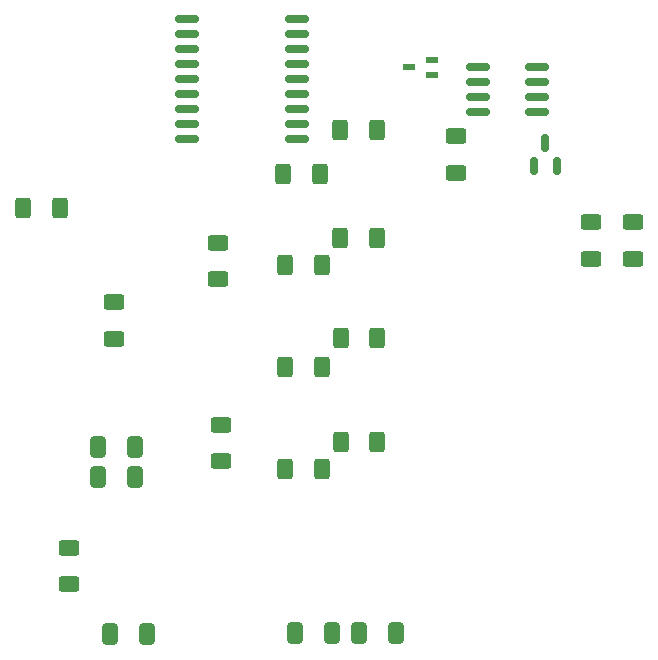
<source format=gbr>
%TF.GenerationSoftware,KiCad,Pcbnew,8.0.1-rc1*%
%TF.CreationDate,2024-06-16T18:46:35-07:00*%
%TF.ProjectId,AMS - CANBus - RGB - Pchannel,414d5320-2d20-4434-914e-427573202d20,rev?*%
%TF.SameCoordinates,Original*%
%TF.FileFunction,Paste,Bot*%
%TF.FilePolarity,Positive*%
%FSLAX46Y46*%
G04 Gerber Fmt 4.6, Leading zero omitted, Abs format (unit mm)*
G04 Created by KiCad (PCBNEW 8.0.1-rc1) date 2024-06-16 18:46:35*
%MOMM*%
%LPD*%
G01*
G04 APERTURE LIST*
G04 Aperture macros list*
%AMRoundRect*
0 Rectangle with rounded corners*
0 $1 Rounding radius*
0 $2 $3 $4 $5 $6 $7 $8 $9 X,Y pos of 4 corners*
0 Add a 4 corners polygon primitive as box body*
4,1,4,$2,$3,$4,$5,$6,$7,$8,$9,$2,$3,0*
0 Add four circle primitives for the rounded corners*
1,1,$1+$1,$2,$3*
1,1,$1+$1,$4,$5*
1,1,$1+$1,$6,$7*
1,1,$1+$1,$8,$9*
0 Add four rect primitives between the rounded corners*
20,1,$1+$1,$2,$3,$4,$5,0*
20,1,$1+$1,$4,$5,$6,$7,0*
20,1,$1+$1,$6,$7,$8,$9,0*
20,1,$1+$1,$8,$9,$2,$3,0*%
G04 Aperture macros list end*
%ADD10RoundRect,0.250000X-0.625000X0.400000X-0.625000X-0.400000X0.625000X-0.400000X0.625000X0.400000X0*%
%ADD11RoundRect,0.250000X-0.400000X-0.625000X0.400000X-0.625000X0.400000X0.625000X-0.400000X0.625000X0*%
%ADD12RoundRect,0.250000X-0.412500X-0.650000X0.412500X-0.650000X0.412500X0.650000X-0.412500X0.650000X0*%
%ADD13RoundRect,0.150000X0.825000X0.150000X-0.825000X0.150000X-0.825000X-0.150000X0.825000X-0.150000X0*%
%ADD14RoundRect,0.250000X0.400000X0.625000X-0.400000X0.625000X-0.400000X-0.625000X0.400000X-0.625000X0*%
%ADD15RoundRect,0.250000X0.412500X0.650000X-0.412500X0.650000X-0.412500X-0.650000X0.412500X-0.650000X0*%
%ADD16RoundRect,0.150000X0.875000X0.150000X-0.875000X0.150000X-0.875000X-0.150000X0.875000X-0.150000X0*%
%ADD17RoundRect,0.250000X0.625000X-0.400000X0.625000X0.400000X-0.625000X0.400000X-0.625000X-0.400000X0*%
%ADD18RoundRect,0.150000X0.150000X-0.587500X0.150000X0.587500X-0.150000X0.587500X-0.150000X-0.587500X0*%
%ADD19R,1.000000X0.550000*%
G04 APERTURE END LIST*
D10*
%TO.C,R20*%
X176344200Y-82386500D03*
X176344200Y-85486500D03*
%TD*%
D11*
%TO.C,R12*%
X150432000Y-94641200D03*
X153532000Y-94641200D03*
%TD*%
%TO.C,R14*%
X150286100Y-78257000D03*
X153386100Y-78257000D03*
%TD*%
D12*
%TO.C,C2*%
X151273200Y-117184300D03*
X154398200Y-117184300D03*
%TD*%
D13*
%TO.C,U4*%
X171716100Y-69250200D03*
X171716100Y-70520200D03*
X171716100Y-71790200D03*
X171716100Y-73060200D03*
X166766100Y-73060200D03*
X166766100Y-71790200D03*
X166766100Y-70520200D03*
X166766100Y-69250200D03*
%TD*%
D14*
%TO.C,R1*%
X131364300Y-81129300D03*
X128264300Y-81129300D03*
%TD*%
D10*
%TO.C,R4*%
X132096400Y-109912300D03*
X132096400Y-113012300D03*
%TD*%
D15*
%TO.C,C4*%
X159775700Y-117159400D03*
X156650700Y-117159400D03*
%TD*%
D16*
%TO.C,U3*%
X151455100Y-65127000D03*
X151455100Y-66397000D03*
X151455100Y-67667000D03*
X151455100Y-68937000D03*
X151455100Y-70207000D03*
X151455100Y-71477000D03*
X151455100Y-72747000D03*
X151455100Y-74017000D03*
X151455100Y-75287000D03*
X142155100Y-75287000D03*
X142155100Y-74017000D03*
X142155100Y-72747000D03*
X142155100Y-71477000D03*
X142155100Y-70207000D03*
X142155100Y-68937000D03*
X142155100Y-67667000D03*
X142155100Y-66397000D03*
X142155100Y-65127000D03*
%TD*%
D17*
%TO.C,R5*%
X144703000Y-87196800D03*
X144703000Y-84096800D03*
%TD*%
D10*
%TO.C,R3*%
X135973000Y-89148700D03*
X135973000Y-92248700D03*
%TD*%
D11*
%TO.C,R15*%
X155078400Y-74588600D03*
X158178400Y-74588600D03*
%TD*%
D15*
%TO.C,C1*%
X138717100Y-117199700D03*
X135592100Y-117199700D03*
%TD*%
D10*
%TO.C,R22*%
X164877800Y-75106900D03*
X164877800Y-78206900D03*
%TD*%
%TO.C,R2*%
X144995600Y-99509000D03*
X144995600Y-102609000D03*
%TD*%
D11*
%TO.C,R9*%
X150435600Y-103290900D03*
X153535600Y-103290900D03*
%TD*%
%TO.C,R8*%
X155140600Y-100938400D03*
X158240600Y-100938400D03*
%TD*%
%TO.C,R13*%
X155124400Y-92187700D03*
X158224400Y-92187700D03*
%TD*%
%TO.C,R10*%
X150425900Y-85967900D03*
X153525900Y-85967900D03*
%TD*%
%TO.C,R11*%
X155093900Y-83665700D03*
X158193900Y-83665700D03*
%TD*%
D10*
%TO.C,C8*%
X179839400Y-82386500D03*
X179839400Y-85486500D03*
%TD*%
D18*
%TO.C,Q10*%
X173419500Y-77572000D03*
X171519500Y-77572000D03*
X172469500Y-75697000D03*
%TD*%
D15*
%TO.C,C7*%
X137705500Y-103901700D03*
X134580500Y-103901700D03*
%TD*%
D19*
%TO.C,D1*%
X162831900Y-68594100D03*
X162831900Y-69894100D03*
X160931900Y-69244100D03*
%TD*%
D15*
%TO.C,C6*%
X137701800Y-101431800D03*
X134576800Y-101431800D03*
%TD*%
M02*

</source>
